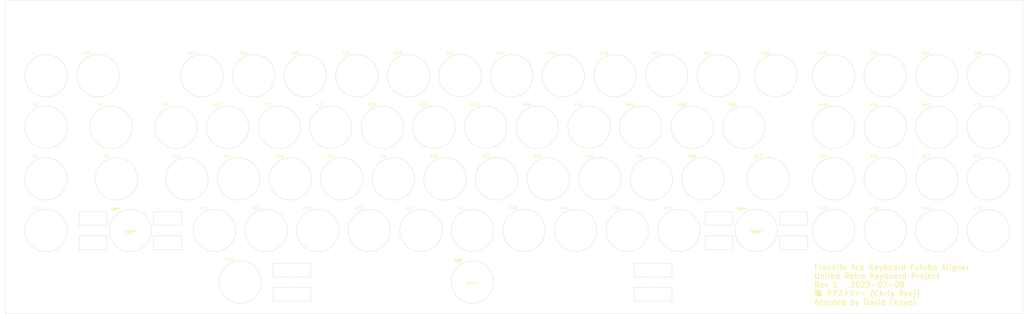
<source format=kicad_pcb>
(kicad_pcb (version 20221018) (generator pcbnew)
  (title_block (title "Franklin Ace Keyboard Futaba Aligner") (date "2023-07-08") (rev "1") (company "Unifed Retro Keyboard Project") (comment 1 "竜 クリストファー (Chris Ryu)}") (comment 2 "Adapted by David Fenyes"))
  (layers (0 "F.Cu" signal) (31 "B.Cu" signal) (34 "B.Paste" user) (35 "F.Paste" user) (36 "B.SilkS" user "B.Silkscreen") (37 "F.SilkS" user "F.Silkscreen") (38 "B.Mask" user) (39 "F.Mask" user) (44 "Edge.Cuts" user))
  (net 0 "")
  (footprint "unikbd:Futaba-MD-4PCS-aligner" (layer "F.Cu") (at 282.998036 221.250352)
    (fp_text reference "K31")
    (fp_text value "N")
    (fp_circle (center 0 -0.1016) (end 7.8232 -0.1016) (stroke (width 0.12)) (fill none) (layer "Edge.Cuts"))
  )
  (footprint "unikbd:Futaba_2u_Cherry_aligner" (layer "F.Cu") (at 156.633036 221.250352)
    (fp_text reference "K7")
    (fp_text value "SHIFT")
    (fp_line (start -18.8468 -7.0612) (end -18.8468 -1.9812) (stroke (width 0.12)) (layer "Edge.Cuts"))
    (fp_line (start -18.8468 -7.0612) (end -8.6106 -7.0612) (stroke (width 0.12)) (layer "Edge.Cuts"))
    (fp_line (start -18.8468 -1.9812) (end -8.6106 -1.9812) (stroke (width 0.12)) (layer "Edge.Cuts"))
    (fp_line (start -18.8468 1.8796) (end -18.8468 6.9596) (stroke (width 0.12)) (layer "Edge.Cuts"))
    (fp_line (start -18.8468 1.8796) (end -8.6106 1.8796) (stroke (width 0.12)) (layer "Edge.Cuts"))
    (fp_line (start -18.8468 6.9596) (end -8.6106 6.9596) (stroke (width 0.12)) (layer "Edge.Cuts"))
    (fp_line (start -8.6106 -7.0612) (end -8.6106 -1.9812) (stroke (width 0.12)) (layer "Edge.Cuts"))
    (fp_line (start -8.6106 1.8796) (end -8.6106 6.9596) (stroke (width 0.12)) (layer "Edge.Cuts"))
    (fp_line (start 8.6106 -7.0612) (end 8.6106 -1.9812) (stroke (width 0.12)) (layer "Edge.Cuts"))
    (fp_line (start 8.6106 -7.0612) (end 19.0246 -7.0612) (stroke (width 0.12)) (layer "Edge.Cuts"))
    (fp_line (start 8.6106 -1.9812) (end 19.0246 -1.9812) (stroke (width 0.12)) (layer "Edge.Cuts"))
    (fp_line (start 8.6106 1.8796) (end 19.0246 1.8796) (stroke (width 0.12)) (layer "Edge.Cuts"))
    (fp_line (start 8.6106 6.9596) (end 8.6106 1.8796) (stroke (width 0.12)) (layer "Edge.Cuts"))
    (fp_line (start 8.6106 6.9596) (end 19.0246 6.9596) (stroke (width 0.12)) (layer "Edge.Cuts"))
    (fp_line (start 19.0246 -7.0612) (end 19.0246 -1.9812) (stroke (width 0.12)) (layer "Edge.Cuts"))
    (fp_line (start 19.0246 1.8796) (end 19.0246 6.9596) (stroke (width 0.12)) (layer "Edge.Cuts"))
    (fp_circle (center 0 -0.1016) (end 7.8232 -0.1016) (stroke (width 0.12)) (fill none) (layer "Edge.Cuts"))
  )
  (footprint "unikbd:Futaba-MD-4PCS-aligner" (layer "F.Cu") (at 177.588036 202.200352)
    (fp_text reference "K10")
    (fp_text value "A")
    (fp_circle (center 0 -0.1016) (end 7.8232 -0.1016) (stroke (width 0.12)) (fill none) (layer "Edge.Cuts"))
  )
  (footprint "unikbd:Futaba-MD-4PCS-aligner" (layer "F.Cu") (at 359.198036 221.250352)
    (fp_text reference "K52")
    (fp_text value "/ ?")
    (fp_circle (center 0 -0.1016) (end 7.8232 -0.1016) (stroke (width 0.12)) (fill none) (layer "Edge.Cuts"))
  )
  (footprint "unikbd:Futaba-MD-4PCS-aligner" (layer "F.Cu") (at 306.924836 183.150352)
    (fp_text reference "K38")
    (fp_text value "I")
    (fp_circle (center 0 -0.1016) (end 7.8232 -0.1016) (stroke (width 0.12)) (fill none) (layer "Edge.Cuts"))
  )
  (footprint "unikbd:Futaba-MD-4PCS-aligner" (layer "F.Cu") (at 215.688036 202.200352)
    (fp_text reference "K18")
    (fp_text value "D")
    (fp_circle (center 0 -0.1016) (end 7.8232 -0.1016) (stroke (width 0.12)) (fill none) (layer "Edge.Cuts"))
  )
  (footprint "unikbd:Futaba-MD-4PCS-aligner" (layer "F.Cu") (at 364.151036 183.150352)
    (fp_text reference "K58")
    (fp_text value "[ {")
    (fp_circle (center 0 -0.1016) (end 7.8232 -0.1016) (stroke (width 0.12)) (fill none) (layer "Edge.Cuts"))
  )
  (footprint "unikbd:Futaba-MD-4PCS-aligner" (layer "F.Cu") (at 435.398036 164.100352)
    (fp_text reference "K53")
    (fp_text value "7")
    (fp_circle (center 0 -0.1016) (end 7.8232 -0.1016) (stroke (width 0.12)) (fill none) (layer "Edge.Cuts"))
  )
  (footprint "unikbd:Futaba-MD-4PCS-aligner" (layer "F.Cu") (at 340.148036 221.250352)
    (fp_text reference "K44")
    (fp_text value ". >")
    (fp_circle (center 0 -0.1016) (end 7.8232 -0.1016) (stroke (width 0.12)) (fill none) (layer "Edge.Cuts"))
  )
  (footprint "unikbd:Futaba-MD-4PCS-aligner" (layer "F.Cu") (at 173.524036 183.150352)
    (fp_text reference "K9")
    (fp_text value "Q")
    (fp_circle (center 0 -0.1016) (end 7.8232 -0.1016) (stroke (width 0.12)) (fill none) (layer "Edge.Cuts"))
  )
  (footprint "unikbd:Futaba-MD-4PCS-aligner" (layer "F.Cu") (at 326.051036 183.150352)
    (fp_text reference "K42")
    (fp_text value "O")
    (fp_circle (center 0 -0.1016) (end 7.8232 -0.1016) (stroke (width 0.12)) (fill none) (layer "Edge.Cuts"))
  )
  (footprint "unikbd:Futaba_space_Cherry_aligner" (layer "F.Cu") (at 282.998036 240.300352)
    (fp_text reference "K32")
    (fp_text value "SPACE_8U")
    (fp_line (start -73.66 -7.0358) (end -73.66 -1.9558) (stroke (width 0.12)) (layer "Edge.Cuts"))
    (fp_line (start -73.66 -7.0358) (end -59.69 -7.0358) (stroke (width 0.12)) (layer "Edge.Cuts"))
    (fp_line (start -73.66 -1.9558) (end -59.69 -1.9558) (stroke (width 0.12)) (layer "Edge.Cuts"))
    (fp_line (start -73.66 1.8542) (end -73.66 6.9342) (stroke (width 0.12)) (layer "Edge.Cuts"))
    (fp_line (start -73.66 1.8542) (end -59.69 1.8542) (stroke (width 0.12)) (layer "Edge.Cuts"))
    (fp_line (start -73.66 6.9342) (end -59.69 6.9342) (stroke (width 0.12)) (layer "Edge.Cuts"))
    (fp_line (start -59.69 -7.0358) (end -59.69 -1.9558) (stroke (width 0.12)) (layer "Edge.Cuts"))
    (fp_line (start -59.69 1.8542) (end -59.69 6.9342) (stroke (width 0.12)) (layer "Edge.Cuts"))
    (fp_line (start 59.69 -7.0358) (end 59.69 -1.9558) (stroke (width 0.12)) (layer "Edge.Cuts"))
    (fp_line (start 59.69 -7.0358) (end 73.66 -7.0358) (stroke (width 0.12)) (layer "Edge.Cuts"))
    (fp_line (start 59.69 -1.9558) (end 73.66 -1.9558) (stroke (width 0.12)) (layer "Edge.Cuts"))
    (fp_line (start 59.69 1.8542) (end 59.69 6.9342) (stroke (width 0.12)) (layer "Edge.Cuts"))
    (fp_line (start 59.69 1.8542) (end 73.66 1.8542) (stroke (width 0.12)) (layer "Edge.Cuts"))
    (fp_line (start 59.69 6.9342) (end 73.66 6.9342) (stroke (width 0.12)) (layer "Edge.Cuts"))
    (fp_line (start 73.66 -7.0358) (end 73.66 -1.9558) (stroke (width 0.12)) (layer "Edge.Cuts"))
    (fp_line (start 73.66 1.8542) (end 73.66 6.9342) (stroke (width 0.12)) (layer "Edge.Cuts"))
    (fp_circle (center 0 -0.1016) (end 7.8232 -0.1016) (stroke (width 0.12)) (fill none) (layer "Edge.Cuts"))
  )
  (footprint "unikbd:Futaba-MD-4PCS-aligner" (layer "F.Cu") (at 234.738036 202.200352)
    (fp_text reference "K22")
    (fp_text value "F")
    (fp_circle (center 0 -0.1016) (end 7.8232 -0.1016) (stroke (width 0.12)) (fill none) (layer "Edge.Cuts"))
  )
  (footprint "unikbd:Futaba-MD-4PCS-aligner" (layer "F.Cu") (at 435.398036 202.200352)
    (fp_text reference "K55")
    (fp_text value "1")
    (fp_circle (center 0 -0.1016) (end 7.8232 -0.1016) (stroke (width 0.12)) (fill none) (layer "Edge.Cuts"))
  )
  (footprint "MountingHole:MountingHole_3.2mm_M3" (layer "F.Cu") (at 233.9286 143.9926)
    (fp_text reference "REF**" hide)
    (fp_text value "MountingHole_3.2mm_M3")
  )
  (footprint "unikbd:Futaba-MD-4PCS-aligner" (layer "F.Cu") (at 454.448036 221.377352)
    (fp_text reference "K64")
    (fp_text value "0")
    (fp_circle (center 0 -0.1016) (end 7.8232 -0.1016) (stroke (width 0.12)) (fill none) (layer "Edge.Cuts"))
  )
  (footprint "unikbd:Futaba-MD-4PCS-aligner" (layer "F.Cu") (at 253.788036 202.200352)
    (fp_text reference "K26")
    (fp_text value "G")
    (fp_circle (center 0 -0.1016) (end 7.8232 -0.1016) (stroke (width 0.12)) (fill none) (layer "Edge.Cuts"))
  )
  (footprint "unikbd:Futaba-MD-4PCS-aligner" (layer "F.Cu") (at 202.194389 164.100352)
    (fp_text reference "K16")
    (fp_text value "3 #")
    (fp_circle (center 0 -0.1016) (end 7.8232 -0.1016) (stroke (width 0.12)) (fill none) (layer "Edge.Cuts"))
  )
  (footprint "unikbd:Futaba-MD-4PCS-aligner" (layer "F.Cu") (at 383.201036 183.150352)
    (fp_text reference "K66")
    (fp_text value "] }")
    (fp_circle (center 0 -0.1016) (end 7.8232 -0.1016) (stroke (width 0.12)) (fill none) (layer "Edge.Cuts"))
  )
  (footprint "unikbd:Futaba-MD-4PCS-aligner" (layer "F.Cu") (at 416.348036 221.250352)
    (fp_text reference "K48")
    (fp_text value "*")
    (fp_circle (center 0 -0.1016) (end 7.8232 -0.1016) (stroke (width 0.12)) (fill none) (layer "Edge.Cuts"))
  )
  (footprint "unikbd:Futaba-MD-4PCS-aligner" (layer "F.Cu") (at 435.398036 221.377352)
    (fp_text reference "K56")
    (fp_text value ">")
    (fp_circle (center 0 -0.1016) (end 7.8232 -0.1016) (stroke (width 0.12)) (fill none) (layer "Edge.Cuts"))
  )
  (footprint "unikbd:Futaba-MD-4PCS-aligner" (layer "F.Cu") (at 197.273036 240.300352)
    (fp_text reference "K73")
    (fp_text value "SPACE_1U")
    (fp_circle (center 0 -0.1016) (end 7.8232 -0.1016) (stroke (width 0.12)) (fill none) (layer "Edge.Cuts"))
  )
  (footprint "MountingHole:MountingHole_3.2mm_M3" (layer "F.Cu") (at 357.4642 143.9926)
    (fp_text reference "REF**" hide)
    (fp_text value "MountingHole_3.2mm_M3")
  )
  (footprint "unikbd:Futaba-MD-4PCS-aligner" (layer "F.Cu") (at 206.798036 221.250352)
    (fp_text reference "K15")
    (fp_text value "X")
    (fp_circle (center 0 -0.1016) (end 7.8232 -0.1016) (stroke (width 0.12)) (fill none) (layer "Edge.Cuts"))
  )
  (footprint "unikbd:Futaba-MD-4PCS-aligner" (layer "F.Cu") (at 278.422093 164.100352)
    (fp_text reference "K33")
    (fp_text value "7 &")
    (fp_circle (center 0 -0.1016) (end 7.8232 -0.1016) (stroke (width 0.12)) (fill none) (layer "Edge.Cuts"))
  )
  (footprint "unikbd:Futaba-MD-4PCS-aligner" (layer "F.Cu") (at 230.674036 183.150352)
    (fp_text reference "K21")
    (fp_text value "R")
    (fp_circle (center 0 -0.1016) (end 7.8232 -0.1016) (stroke (width 0.12)) (fill none) (layer "Edge.Cuts"))
  )
  (footprint "unikbd:Futaba-MD-4PCS-aligner" (layer "F.Cu") (at 416.348036 202.200352)
    (fp_text reference "K47")
    (fp_text value "+")
    (fp_circle (center 0 -0.1016) (end 7.8232 -0.1016) (stroke (width 0.12)) (fill none) (layer "Edge.Cuts"))
  )
  (footprint "unikbd:Futaba-MD-4PCS-aligner" (layer "F.Cu") (at 259.365167 164.100352)
    (fp_text reference "K28")
    (fp_text value "6 ^")
    (fp_circle (center 0 -0.1016) (end 7.8232 -0.1016) (stroke (width 0.12)) (fill none) (layer "Edge.Cuts"))
  )
  (footprint "unikbd:Futaba-MD-4PCS-aligner" (layer "F.Cu") (at 373.706723 164.100352)
    (fp_text reference "K65")
    (fp_text value "+ / =")
    (fp_circle (center 0 -0.1016) (end 7.8232 -0.1016) (stroke (width 0.12)) (fill none) (layer "Edge.Cuts"))
  )
  (footprint "unikbd:Futaba-MD-4PCS-aligner" (layer "F.Cu") (at 125.518036 164.100352)
    (fp_text reference "K1")
    (fp_text value "ESC")
    (fp_circle (center 0 -0.1016) (end 7.8232 -0.1016) (stroke (width 0.12)) (fill none) (layer "Edge.Cuts"))
  )
  (footprint "MountingHole:MountingHole_3.2mm_M3" (layer "F.Cu") (at 167.10936 244.729)
    (fp_text reference "REF**" hide)
    (fp_text value "MountingHole_3.2mm_M3")
  )
  (footprint "unikbd:Futaba-MD-4PCS-aligner" (layer "F.Cu") (at 310.938036 202.200352)
    (fp_text reference "K39")
    (fp_text value "K")
    (fp_circle (center 0 -0.1016) (end 7.8232 -0.1016) (stroke (width 0.12)) (fill none) (layer "Edge.Cuts"))
  )
  (footprint "unikbd:Futaba-MD-4PCS-aligner" (layer "F.Cu") (at 335.592871 164.100352)
    (fp_text reference "K49")
    (fp_text value "0 )")
    (fp_circle (center 0 -0.1016) (end 7.8232 -0.1016) (stroke (width 0.12)) (fill none) (layer "Edge.Cuts"))
  )
  (footprint "unikbd:Futaba-MD-4PCS-aligner" (layer "F.Cu") (at 395.027379 164.100352)
    (fp_text reference "K68")
    (fp_text value "LEFT")
    (fp_circle (center 0 -0.1016) (end 7.8232 -0.1016) (stroke (width 0.12)) (fill none) (layer "Edge.Cuts"))
  )
  (footprint "unikbd:Futaba-MD-4PCS-aligner" (layer "F.Cu") (at 349.038036 202.200352)
    (fp_text reference "K51")
    (fp_text value "; :")
    (fp_circle (center 0 -0.1016) (end 7.8232 -0.1016) (stroke (width 0.12)) (fill none) (layer "Edge.Cuts"))
  )
  (footprint "MountingHole:MountingHole_3.2mm_M3" (layer "F.Cu") (at 477.1898 244.729)
    (fp_text reference "REF**" hide)
    (fp_text value "MountingHole_3.2mm_M3")
  )
  (footprint "unikbd:Futaba-MD-4PCS-aligner" (layer "F.Cu") (at 183.137463 164.100352)
    (fp_text reference "K12")
    (fp_text value "2 @")
    (fp_circle (center 0 -0.1016) (end 7.8232 -0.1016) (stroke (width 0.12)) (fill none) (layer "Edge.Cuts"))
  )
  (footprint "unikbd:Futaba-MD-4PCS-aligner" (layer "F.Cu") (at 151.553036 202.200352)
    (fp_text reference "K6")
    (fp_text value "LOCK")
    (fp_circle (center 0 -0.1016) (end 7.8232 -0.1016) (stroke (width 0.12)) (fill none) (layer "Edge.Cuts"))
  )
  (footprint "unikbd:Futaba-MD-4PCS-aligner" (layer "F.Cu") (at 329.988036 202.200352)
    (fp_text reference "K43")
    (fp_text value "L")
    (fp_circle (center 0 -0.1016) (end 7.8232 -0.1016) (stroke (width 0.12)) (fill none) (layer "Edge.Cuts"))
  )
  (footprint "MountingHole:MountingHole_3.2mm_M3" (layer "F.Cu") (at 118.013 143.9926)
    (fp_text reference "REF**" hide)
    (fp_text value "MountingHole_3.2mm_M3")
  )
  (footprint "unikbd:Futaba-MD-4PCS-aligner" (layer "F.Cu") (at 249.724036 183.150352)
    (fp_text reference "K25")
    (fp_text value "T")
    (fp_circle (center 0 -0.1016) (end 7.8232 -0.1016) (stroke (width 0.12)) (fill none) (layer "Edge.Cuts"))
  )
  (footprint "MountingHole:MountingHole_3.2mm_M3" (layer "F.Cu") (at 381.10344 244.729)
    (fp_text reference "REF**" hide)
    (fp_text value "MountingHole_3.2mm_M3")
  )
  (footprint "unikbd:Futaba-MD-4PCS-aligner" (layer "F.Cu") (at 473.498036 183.150352)
    (fp_text reference "K70")
    (fp_text value "6")
    (fp_circle (center 0 -0.1016) (end 7.8232 -0.1016) (stroke (width 0.12)) (fill none) (layer "Edge.Cuts"))
  )
  (footprint "unikbd:Futaba-MD-4PCS-aligner" (layer "F.Cu") (at 302.048036 221.250352)
    (fp_text reference "K36")
    (fp_text value "M")
    (fp_circle (center 0 -0.1016) (end 7.8232 -0.1016) (stroke (width 0.12)) (fill none) (layer "Edge.Cuts"))
  )
  (footprint "unikbd:Futaba-MD-4PCS-aligner" (layer "F.Cu") (at 187.748036 221.250352)
    (fp_text reference "K11")
    (fp_text value "Z")
    (fp_circle (center 0 -0.1016) (end 7.8232 -0.1016) (stroke (width 0.12)) (fill none) (layer "Edge.Cuts"))
  )
  (footprint "unikbd:Futaba-MD-4PCS-aligner" (layer "F.Cu") (at 454.448036 183.150352)
    (fp_text reference "K62")
    (fp_text value "5")
    (fp_circle (center 0 -0.1016) (end 7.8232 -0.1016) (stroke (width 0.12)) (fill none) (layer "Edge.Cuts"))
  )
  (footprint "unikbd:Futaba-MD-4PCS-aligner" (layer "F.Cu") (at 268.824836 183.150352)
    (fp_text reference "K29")
    (fp_text value "Y")
    (fp_circle (center 0 -0.1016) (end 7.8232 -0.1016) (stroke (width 0.12)) (fill none) (layer "Edge.Cuts"))
  )
  (footprint "unikbd:Futaba-MD-4PCS-aligner" (layer "F.Cu") (at 125.518036 202.200352)
    (fp_text reference "K3")
    (fp_text value "PAUSE")
    (fp_circle (center 0 -0.1016) (end 7.8232 -0.1016) (stroke (width 0.12)) (fill none) (layer "Edge.Cuts"))
  )
  (footprint "unikbd:Futaba-MD-4PCS-aligner" (layer "F.Cu") (at 240.308241 164.100352)
    (fp_text reference "K24")
    (fp_text value "5 &")
    (fp_circle (center 0 -0.1016) (end 7.8232 -0.1016) (stroke (width 0.12)) (fill none) (layer "Edge.Cuts"))
  )
  (footprint "unikbd:Futaba-MD-4PCS-aligner" (layer "F.Cu") (at 345.101036 183.150352)
    (fp_text reference "K50")
    (fp_text value "P")
    (fp_circle (center 0 -0.1016) (end 7.8232 -0.1016) (stroke (width 0.12)) (fill none) (layer "Edge.Cuts"))
  )
  (footprint "unikbd:Futaba-MD-4PCS-aligner" (layer "F.Cu") (at 473.498036 202.200352)
    (fp_text reference "K71")
    (fp_text value "3")
    (fp_circle (center 0 -0.1016) (end 7.8232 -0.1016) (stroke (width 0.12)) (fill none) (layer "Edge.Cuts"))
  )
  (footprint "unikbd:Futaba-MD-4PCS-aligner" (layer "F.Cu") (at 416.348036 164.100352)
    (fp_text reference "K45")
    (fp_text value "RIGHT")
    (fp_circle (center 0 -0.1016) (end 7.8232 -0.1016) (stroke (width 0.12)) (fill none) (layer "Edge.Cuts"))
  )
  (footprint "unikbd:Futaba-MD-4PCS-aligner" (layer "F.Cu") (at 354.649797 164.100352)
    (fp_text reference "K57")
    (fp_text value "- / _")
    (fp_circle (center 0 -0.1016) (end 7.8232 -0.1016) (stroke (width 0.12)) (fill none) (layer "Edge.Cuts"))
  )
  (footprint "unikbd:Futaba-MD-4PCS-aligner" (layer "F.Cu") (at 225.848036 221.250352)
    (fp_text reference "K19")
    (fp_text value "C")
    (fp_circle (center 0 -0.1016) (end 7.8232 -0.1016) (stroke (width 0.12)) (fill none) (layer "Edge.Cuts"))
  )
  (footprint "unikbd:Futaba-MD-4PCS-aligner" (layer "F.Cu") (at 244.898036 221.250352)
    (fp_text reference "K23")
    (fp_text value "V")
    (fp_circle (center 0 -0.1016) (end 7.8232 -0.1016) (stroke (width 0.12)) (fill none) (layer "Edge.Cuts"))
  )
  (footprint "unikbd:Futaba-MD-4PCS-aligner" (layer "F.Cu") (at 125.518036 183.150352)
    (fp_text reference "K2")
    (fp_text value "BREAK")
    (fp_circle (center 0 -0.1016) (end 7.8232 -0.1016) (stroke (width 0.12)) (fill none) (layer "Edge.Cuts"))
  )
  (footprint "unikbd:Futaba-MD-4PCS-aligner" (layer "F.Cu") (at 473.498036 164.100352)
    (fp_text reference "K69")
    (fp_text value "9")
    (fp_circle (center 0 -0.1016) (end 7.8232 -0.1016) (stroke (width 0.12)) (fill none) (layer "Edge.Cuts"))
  )
  (footprint "unikbd:Futaba-MD-4PCS-aligner" (layer "F.Cu") (at 454.448036 164.100352)
    (fp_text reference "K61")
    (fp_text value "8")
    (fp_circle (center 0 -0.1016) (end 7.8232 -0.1016) (stroke (width 0.12)) (fill none) (layer "Edge.Cuts"))
  )
  (footprint "unikbd:Futaba_2u_Cherry_aligner" (layer "F.Cu") (at 387.773036 221.250352)
    (fp_text reference "K60")
    (fp_text value "SHIFT")
    (fp_line (start -18.8468 -7.0612) (end -18.8468 -1.9812) (stroke (width 0.12)) (layer "Edge.Cuts"))
    (fp_line (start -18.8468 -7.0612) (end -8.6106 -7.0612) (stroke (width 0.12)) (layer "Edge.Cuts"))
    (fp_line (start -18.8468 -1.9812) (end -8.6106 -1.9812) (stroke (width 0.12)) (layer "Edge.Cuts"))
    (fp_line (start -18.8468 1.8796) (end -18.8468 6.9596) (stroke (width 0.12)) (layer "Edge.Cuts"))
    (fp_line (start -18.8468 1.8796) (end -8.6106 1.8796) (stroke (width 0.12)) (layer "Edge.Cuts"))
    (fp_line (start -18.8468 6.9596) (end -8.6106 6.9596) (stroke (width 0.12)) (layer "Edge.Cuts"))
    (fp_line (start -8.6106 -7.0612) (end -8.6106 -1.9812) (stroke (width 0.12)) (layer "Edge.Cuts"))
    (fp_line (start -8.6106 1.8796) (end -8.6106 6.9596) (stroke (width 0.12)) (layer "Edge.Cuts"))
    (fp_line (start 8.6106 -7.0612) (end 8.6106 -1.9812) (stroke (width 0.12)) (layer "Edge.Cuts"))
    (fp_line (start 8.6106 -7.0612) (end 19.0246 -7.0612) (stroke (width 0.12)) (layer "Edge.Cuts"))
    (fp_line (start 8.6106 -1.9812) (end 19.0246 -1.9812) (stroke (width 0.12)) (layer "Edge.Cuts"))
    (fp_line (start 8.6106 1.8796) (end 19.0246 1.8796) (stroke (width 0.12)) (layer "Edge.Cuts"))
    (fp_line (start 8.6106 6.9596) (end 8.6106 1.8796) (stroke (width 0.12)) (layer "Edge.Cuts"))
    (fp_line (start 8.6106 6.9596) (end 19.0246 6.9596) (stroke (width 0.12)) (layer "Edge.Cuts"))
    (fp_line (start 19.0246 -7.0612) (end 19.0246 -1.9812) (stroke (width 0.12)) (layer "Edge.Cuts"))
    (fp_line (start 19.0246 1.8796) (end 19.0246 6.9596) (stroke (width 0.12)) (layer "Edge.Cuts"))
    (fp_circle (center 0 -0.1016) (end 7.8232 -0.1016) (stroke (width 0.12)) (fill none) (layer "Edge.Cuts"))
  )
  (footprint "unikbd:Futaba-MD-4PCS-aligner" (layer "F.Cu") (at 144.822036 164.100352)
    (fp_text reference "K74")
    (fp_text value "TAB2")
    (fp_circle (center 0 -0.1016) (end 7.8232 -0.1016) (stroke (width 0.12)) (fill none) (layer "Edge.Cuts"))
  )
  (footprint "unikbd:Futaba-MD-4PCS-aligner" (layer "F.Cu") (at 435.398036 183.150352)
    (fp_text reference "K54")
    (fp_text value "4")
    (fp_circle (center 0 -0.1016) (end 7.8232 -0.1016) (stroke (width 0.12)) (fill none) (layer "Edge.Cuts"))
  )
  (footprint "unikbd:Futaba-MD-4PCS-aligner" (layer "F.Cu") (at 211.624036 183.150352)
    (fp_text reference "K17")
    (fp_text value "E")
    (fp_circle (center 0 -0.1016) (end 7.8232 -0.1016) (stroke (width 0.12)) (fill none) (layer "Edge.Cuts"))
  )
  (footprint "unikbd:Futaba-MD-4PCS-aligner" (layer "F.Cu") (at 316.535945 164.100352)
    (fp_text reference "K41")
    (fp_text value "9 (")
    (fp_circle (center 0 -0.1016) (end 7.8232 -0.1016) (stroke (width 0.12)) (fill none) (layer "Edge.Cuts"))
  )
  (footprint "unikbd:Futaba-MD-4PCS-aligner" (layer "F.Cu") (at 192.574036 183.150352)
    (fp_text reference "K13")
    (fp_text value "W")
    (fp_circle (center 0 -0.1016) (end 7.8232 -0.1016) (stroke (width 0.12)) (fill none) (layer "Edge.Cuts"))
  )
  (footprint "unikbd:Futaba-MD-4PCS-aligner" (layer "F.Cu") (at 287.874836 183.150352)
    (fp_text reference "K34")
    (fp_text value "U")
    (fp_circle (center 0 -0.1016) (end 7.8232 -0.1016) (stroke (width 0.12)) (fill none) (layer "Edge.Cuts"))
  )
  (footprint "unikbd:Futaba-MD-4PCS-aligner" (layer "F.Cu") (at 291.888036 202.200352)
    (fp_text reference "K35")
    (fp_text value "J")
    (fp_circle (center 0 -0.1016) (end 7.8232 -0.1016) (stroke (width 0.12)) (fill none) (layer "Edge.Cuts"))
  )
  (footprint "unikbd:Futaba-MD-4PCS-aligner" (layer "F.Cu") (at 368.088036 202.200352)
    (fp_text reference "K59")
    (fp_text value "; \"")
    (fp_circle (center 0 -0.1016) (end 7.8232 -0.1016) (stroke (width 0.12)) (fill none) (layer "Edge.Cuts"))
  )
  (footprint "unikbd:Futaba-MD-4PCS-aligner" (layer "F.Cu") (at 321.098036 221.250352)
    (fp_text reference "K40")
    (fp_text value ", <")
    (fp_circle (center 0 -0.1016) (end 7.8232 -0.1016) (stroke (width 0.12)) (fill none) (layer "Edge.Cuts"))
  )
  (footprint "MountingHole:MountingHole_3.2mm_M3" (layer "F.Cu") (at 119.888 244.729)
    (fp_text reference "REF**" hide)
    (fp_text value "MountingHole_3.2mm_M3")
  )
  (footprint "unikbd:Futaba-MD-4PCS-aligner" (layer "F.Cu") (at 272.838036 202.200352)
    (fp_text reference "K30")
    (fp_text value "H")
    (fp_circle (center 0 -0.1016) (end 7.8232 -0.1016) (stroke (width 0.12)) (fill none) (layer "Edge.Cuts"))
  )
  (footprint "unikbd:Futaba-MD-4PCS-aligner" (layer "F.Cu") (at 392.218036 202.200352)
    (fp_text reference "K67")
    (fp_text value "RETURN")
    (fp_circle (center 0 -0.1016) (end 7.8232 -0.1016) (stroke (width 0.12)) (fill none) (layer "Edge.Cuts"))
  )
  (footprint "MountingHole:MountingHole_3.2mm_M3" (layer "F.Cu") (at 477.1898 143.9926)
    (fp_text reference "REF**" hide)
    (fp_text value "MountingHole_3.2mm_M3")
  )
  (footprint "unikbd:Futaba-MD-4PCS-aligner" (layer "F.Cu") (at 263.948036 221.250352)
    (fp_text reference "K27")
    (fp_text value "B")
    (fp_circle (center 0 -0.1016) (end 7.8232 -0.1016) (stroke (width 0.12)) (fill none) (layer "Edge.Cuts"))
  )
  (footprint "unikbd:Futaba-MD-4PCS-aligner" (layer "F.Cu") (at 473.498036 221.377352)
    (fp_text reference "K72")
    (fp_text value ".")
    (fp_circle (center 0 -0.1016) (end 7.8232 -0.1016) (stroke (width 0.12)) (fill none) (layer "Edge.Cuts"))
  )
  (footprint "unikbd:Futaba-MD-4PCS-aligner" (layer "F.Cu") (at 416.348036 183.150352)
    (fp_text reference "K46")
    (fp_text value "-")
    (fp_circle (center 0 -0.1016) (end 7.8232 -0.1016) (stroke (width 0.12)) (fill none) (layer "Edge.Cuts"))
  )
  (footprint "unikbd:Futaba-MD-4PCS-aligner" (layer "F.Cu") (at 196.638036 202.200352)
    (fp_text reference "K14")
    (fp_text value "S")
    (fp_circle (center 0 -0.1016) (end 7.8232 -0.1016) (stroke (width 0.12)) (fill none) (layer "Edge.Cuts"))
  )
  (footprint "unikbd:Futaba-MD-4PCS-aligner" (layer "F.Cu") (at 125.518036 221.250352)
    (fp_text reference "K4")
    (fp_text value "CTRL")
    (fp_circle (center 0 -0.1016) (end 7.8232 -0.1016) (stroke (width 0.12)) (fill none) (layer "Edge.Cuts"))
  )
  (footprint "unikbd:Futaba-MD-4PCS-aligner" (layer "F.Cu") (at 221.251315 164.100352)
    (fp_text reference "K20")
    (fp_text value "4 $")
    (fp_circle (center 0 -0.1016) (end 7.8232 -0.1016) (stroke (width 0.12)) (fill none) (layer "Edge.Cuts"))
  )
  (footprint "unikbd:Futaba-MD-4PCS-aligner" (layer "F.Cu") (at 297.479019 164.100352)
    (fp_text reference "K37")
    (fp_text value "8 *")
    (fp_circle (center 0 -0.1016) (end 7.8232 -0.1016) (stroke (width 0.12)) (fill none) (layer "Edge.Cuts"))
  )
  (footprint "unikbd:Futaba-MD-4PCS-aligner" (layer "F.Cu") (at 454.448036 202.200352)
    (fp_text reference "K63")
    (fp_text value "2")
    (fp_circle (center 0 -0.1016) (end 7.8232 -0.1016) (stroke (width 0.12)) (fill none) (layer "Edge.Cuts"))
  )
  (footprint "unikbd:Futaba-MD-4PCS-aligner" (layer "F.Cu") (at 149.521036 183.150352)
    (fp_text reference "K5")
    (fp_text value "TAB")
    (fp_circle (center 0 -0.1016) (end 7.8232 -0.1016) (stroke (width 0.12)) (fill none) (layer "Edge.Cuts"))
  )
  (gr_line (start 110.5662 251.9) (end 486.3084 251.9) (stroke (width 0.1)) (layer "Edge.Cuts"))
  (gr_line (start 110.5662 251.9) (end 110.5662 136.0932) (stroke (width 0.1)) (layer "Edge.Cuts"))
  (gr_line (start 486.3084 136.0932) (end 110.5662 136.0932) (stroke (width 0.1)) (layer "Edge.Cuts"))
  (gr_line (start 486.3084 251.9) (end 486.3084 136.0932) (stroke (width 0.1)) (layer "Edge.Cuts"))
  (gr_text "${TITLE}\n${COMPANY}\nRev ${REVISION}   ${ISSUE_DATE}\n${COMMENT1}\n${COMMENT2}" (at 408.9908 241.1984) (layer "F.SilkS") (effects (font (size 2 2) (thickness 0.3)) (justify left)))
)
</source>
